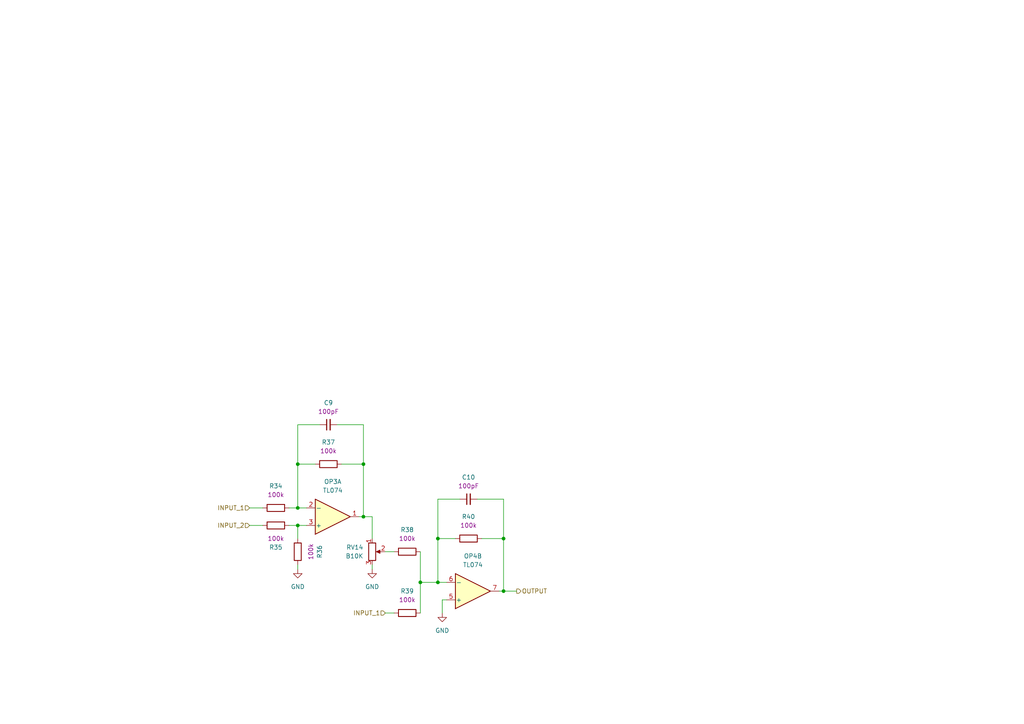
<source format=kicad_sch>
(kicad_sch (version 20250114) (generator "eeschema") (generator_version "9.0")
  (paper "A4")
  (lib_symbols
    (symbol "Amplifier_Operational:TL074" (pin_names (offset 0.127))
      (property "Reference" "U" (at 0 5.08 0))
      (property "Value" "TL074" (at 0 -5.08 0))
      (symbol "TL074_1_1"
        (polyline (pts (xy -5.08 5.08) (xy 5.08 0) (xy -5.08 -5.08) (xy -5.08 5.08)) (stroke (width 0.254)) (fill (type background)))
        (pin input line (at -7.62 2.54 0) (length 2.54) (name "+") (number "3"))
        (pin input line (at -7.62 -2.54 0) (length 2.54) (name "-") (number "2"))
        (pin output line (at 7.62 0 180) (length 2.54) (name "~") (number "1"))
      )
      (symbol "TL074_2_1"
        (polyline (pts (xy -5.08 5.08) (xy 5.08 0) (xy -5.08 -5.08) (xy -5.08 5.08)) (stroke (width 0.254)) (fill (type background)))
        (pin input line (at -7.62 2.54 0) (length 2.54) (name "+") (number "5"))
        (pin input line (at -7.62 -2.54 0) (length 2.54) (name "-") (number "6"))
        (pin output line (at 7.62 0 180) (length 2.54) (name "~") (number "7"))
      )
      (symbol "TL074_3_1"
        (polyline (pts (xy -5.08 5.08) (xy 5.08 0) (xy -5.08 -5.08) (xy -5.08 5.08)) (stroke (width 0.254)) (fill (type background)))
        (pin input line (at -7.62 2.54 0) (length 2.54) (name "+") (number "10"))
        (pin input line (at -7.62 -2.54 0) (length 2.54) (name "-") (number "9"))
        (pin output line (at 7.62 0 180) (length 2.54) (name "~") (number "8"))
      )
      (symbol "TL074_4_1"
        (polyline (pts (xy -5.08 5.08) (xy 5.08 0) (xy -5.08 -5.08) (xy -5.08 5.08)) (stroke (width 0.254)) (fill (type background)))
        (pin input line (at -7.62 2.54 0) (length 2.54) (name "+") (number "12"))
        (pin input line (at -7.62 -2.54 0) (length 2.54) (name "-") (number "13"))
        (pin output line (at 7.62 0 180) (length 2.54) (name "~") (number "14"))
      )
      (symbol "TL074_5_1"
        (pin power_in line (at -2.54 7.62 270) (length 3.81) (name "V+") (number "4"))
        (pin power_in line (at -2.54 -7.62 90) (length 3.81) (name "V-") (number "11"))
      )
    )
    (symbol "Lichen:100k_0603" (pin_numbers (hide yes)) (pin_names (offset 0))
      (property "Reference" "R6" (at -2.54 -1.2701 0))
      (property "Display" "100k" (at -2.54 1.2699 0))
      (symbol "100k_0603_0_1"
        (rectangle (start -1.016 -2.54) (end 1.016 2.54) (stroke (width 0.254)))
      )
      (symbol "100k_0603_1_1"
        (pin passive line (at 0 3.81 270) (length 1.27) (name "~") (number "1"))
        (pin passive line (at 0 -3.81 90) (length 1.27) (name "~") (number "2"))
      )
    )
    (symbol "Lichen:100pF_0603_50V" (pin_numbers (hide yes)) (pin_names (offset 0.254) (hide yes))
      (property "Reference" "C15" (at 6.35 -0.0063 90))
      (property "Display" "100pF" (at 3.81 -0.0063 90))
      (symbol "100pF_0603_50V_0_1"
        (polyline (pts (xy -1.524 0.508) (xy 1.524 0.508)) (stroke (width 0.3048)))
        (polyline (pts (xy -1.524 -0.508) (xy 1.524 -0.508)) (stroke (width 0.3302)))
      )
      (symbol "100pF_0603_50V_1_1"
        (pin passive line (at 0 2.54 270) (length 2.032) (name "~") (number "1"))
        (pin passive line (at 0 -2.54 90) (length 2.032) (name "~") (number "2"))
      )
    )
    (symbol "Lichen:Potentiometer" (pin_names (offset 1.016) (hide yes))
      (property "Reference" "RV1" (at -2.54 -1.2701 0))
      (property "Value" "B10K" (at -2.54 1.2699 0))
      (symbol "Potentiometer_0_1"
        (rectangle (start 1.016 2.54) (end -1.016 -2.54) (stroke (width 0.254)))
        (polyline (pts (xy 1.143 0) (xy 2.286 0.508) (xy 2.286 -0.508) (xy 1.143 0)) (fill (type outline)))
        (polyline (pts (xy 2.54 0) (xy 1.524 0)))
      )
      (symbol "Potentiometer_1_1"
        (pin passive line (at 0 3.81 270) (length 1.27) (name "1") (number "1"))
        (pin passive line (at 0 -3.81 90) (length 1.27) (name "3") (number "3"))
        (pin passive line (at 3.81 0 180) (length 1.27) (name "2") (number "2"))
      )
    )
    (symbol "power:GND" (power) (pin_numbers (hide yes)) (pin_names (offset 0) (hide yes))
      (property "Value" "GND" (at 0 -3.81 0))
      (symbol "GND_0_1"
        (polyline (pts (xy 0 0) (xy 0 -1.27) (xy 1.27 -1.27) (xy 0 -2.54) (xy -1.27 -1.27) (xy 0 -1.27)))
      )
      (symbol "GND_1_1"
        (pin power_in line (at 0 0 270) (length 0) (name "~") (number "1"))
      )
    )
  )
  (junction (at 86.36 147.32))
  (junction (at 121.92 168.91))
  (junction (at 146.05 171.45))
  (junction (at 127 168.91))
  (junction (at 105.41 149.86))
  (junction (at 127 156.21))
  (junction (at 86.36 152.4))
  (junction (at 105.41 134.62))
  (junction (at 146.05 156.21))
  (junction (at 86.36 134.62))
  (wire (pts (xy 105.41 123.19) (xy 105.41 134.62)))
  (wire (pts (xy 127 144.78) (xy 127 156.21)))
  (wire (pts (xy 86.36 123.19) (xy 86.36 134.62)))
  (wire (pts (xy 128.27 177.8) (xy 128.27 173.99)))
  (wire (pts (xy 107.95 149.86) (xy 105.41 149.86)))
  (wire (pts (xy 83.82 152.4) (xy 86.36 152.4)))
  (wire (pts (xy 83.82 147.32) (xy 86.36 147.32)))
  (wire (pts (xy 139.7 156.21) (xy 146.05 156.21)))
  (wire (pts (xy 107.95 165.1) (xy 107.95 163.83)))
  (wire (pts (xy 146.05 144.78) (xy 146.05 156.21)))
  (wire (pts (xy 146.05 171.45) (xy 144.78 171.45)))
  (wire (pts (xy 105.41 134.62) (xy 105.41 149.86)))
  (wire (pts (xy 72.39 152.4) (xy 76.2 152.4)))
  (wire (pts (xy 86.36 147.32) (xy 88.9 147.32)))
  (wire (pts (xy 86.36 156.21) (xy 86.36 152.4)))
  (wire (pts (xy 128.27 173.99) (xy 129.54 173.99)))
  (wire (pts (xy 111.76 160.02) (xy 114.3 160.02)))
  (wire (pts (xy 86.36 152.4) (xy 88.9 152.4)))
  (wire (pts (xy 99.06 134.62) (xy 105.41 134.62)))
  (wire (pts (xy 132.08 156.21) (xy 127 156.21)))
  (wire (pts (xy 127 156.21) (xy 127 168.91)))
  (wire (pts (xy 138.43 144.78) (xy 146.05 144.78)))
  (wire (pts (xy 146.05 156.21) (xy 146.05 171.45)))
  (wire (pts (xy 72.39 147.32) (xy 76.2 147.32)))
  (wire (pts (xy 121.92 168.91) (xy 121.92 177.8)))
  (wire (pts (xy 91.44 134.62) (xy 86.36 134.62)))
  (wire (pts (xy 133.35 144.78) (xy 127 144.78)))
  (wire (pts (xy 149.86 171.45) (xy 146.05 171.45)))
  (wire (pts (xy 121.92 168.91) (xy 127 168.91)))
  (wire (pts (xy 86.36 134.62) (xy 86.36 147.32)))
  (wire (pts (xy 107.95 156.21) (xy 107.95 149.86)))
  (wire (pts (xy 86.36 165.1) (xy 86.36 163.83)))
  (wire (pts (xy 121.92 160.02) (xy 121.92 168.91)))
  (wire (pts (xy 105.41 149.86) (xy 104.14 149.86)))
  (wire (pts (xy 127 168.91) (xy 129.54 168.91)))
  (wire (pts (xy 92.71 123.19) (xy 86.36 123.19)))
  (wire (pts (xy 97.79 123.19) (xy 105.41 123.19)))
  (wire (pts (xy 111.76 177.8) (xy 114.3 177.8)))
  (hierarchical_label "OUTPUT" (shape output) (at 149.86 171.45 0))
  (hierarchical_label "INPUT_2" (shape input) (at 72.39 152.4 180))
  (hierarchical_label "INPUT_1" (shape input) (at 72.39 147.32 180))
  (hierarchical_label "INPUT_1" (shape input) (at 111.76 177.8 180))
  (symbol (lib_id "Amplifier_Operational:TL074") (at 96.52 149.86 0) (mirror x) (unit 1)
    (property "Reference" "OP3" (at 96.52 139.7 0))
    (property "Value" "TL074" (at 96.52 142.24 0))
    (property "Footprint" "PCM_4ms_Package_SOIC:SOIC-14_3.9x8.65mm_Pitch1.27mm" (effects (hide yes)))
    (property "Datasheet" "http://www.ti.com/lit/ds/symlink/tl071.pdf" (effects (hide yes)))
    (property "Description" "Quad Low-Noise JFET-Input Operational Amplifiers, DIP-14/SOIC-14" (effects (hide yes)))
    (property "Part Number" "TL074CDT" (effects (hide yes)))
    (property "Manufacturer" "STMicroelectronics" (effects (hide yes)))
    (property "LCSC" "C6963" (effects (hide yes)))
  )
  (symbol (lib_id "Lichen:100k_0603") (at 95.25 134.62 90) (mirror x) (unit 1)
    (property "Reference" "R37" (at 95.25 128.27 90))
    (property "Value" "100k_0603" (effects (hide yes)))
    (property "Footprint" "PCM_4ms_Resistor:R_0603" (effects (hide yes)))
    (property "Datasheet" "https://www.lcsc.com/datasheet/lcsc_datasheet_2206010045_UNI-ROYAL-Uniroyal-Elec-0603WAF1003T5E_C25803.pdf" (effects (hide yes)))
    (property "Description" "100K, 1%, 1/10W, 0603" (effects (hide yes)))
    (property "Manufacturer" "UNI-ROYAL" (effects (hide yes)))
    (property "Part Number" "0603WAF1003T5E" (effects (hide yes)))
    (property "Display" "100k" (at 95.25 130.81 90))
    (property "JLCPCB ID" "C25803" (effects (hide yes)))
  )
  (symbol (lib_id "Lichen:100k_0603") (at 80.01 152.4 90) (unit 1)
    (property "Reference" "R35" (at 80.01 158.75 90))
    (property "Value" "100k_0603" (effects (hide yes)))
    (property "Footprint" "PCM_4ms_Resistor:R_0603" (effects (hide yes)))
    (property "Datasheet" "https://www.lcsc.com/datasheet/lcsc_datasheet_2206010045_UNI-ROYAL-Uniroyal-Elec-0603WAF1003T5E_C25803.pdf" (effects (hide yes)))
    (property "Description" "100K, 1%, 1/10W, 0603" (effects (hide yes)))
    (property "Manufacturer" "UNI-ROYAL" (effects (hide yes)))
    (property "Part Number" "0603WAF1003T5E" (effects (hide yes)))
    (property "Display" "100k" (at 80.01 156.21 90))
    (property "JLCPCB ID" "C25803" (effects (hide yes)))
  )
  (symbol (lib_id "Lichen:100pF_0603_50V") (at 135.89 144.78 90) (unit 1)
    (property "Reference" "C10" (at 135.8963 138.43 90))
    (property "Value" "100pF_C0G_0603_50V" (effects (hide yes)))
    (property "Footprint" "PCM_4ms_Capacitor:C_0603" (effects (hide yes)))
    (property "Description" "100pF, Min. 50V 10%, NP0" (effects (hide yes)))
    (property "Specifications" "100pF, Min. 50V 10% NP0 or C0G" (effects (hide yes)))
    (property "Manufacturer" "Yageo" (effects (hide yes)))
    (property "Part Number" "CC0603JRNPO9BN101" (effects (hide yes)))
    (property "Display" "100pF" (at 135.8963 140.97 90))
    (property "LCSC" "C14858" (effects (hide yes)))
  )
  (symbol (lib_id "power:GND") (at 86.36 165.1 0) (unit 1)
    (property "Reference" "#PWR050" (effects (hide yes)))
    (property "Value" "GND" (at 86.36 170.18 0))
    (property "Description" "Power symbol creates a global label with name \"GND\" , ground" (effects (hide yes)))
  )
  (symbol (lib_id "Lichen:100k_0603") (at 135.89 156.21 90) (mirror x) (unit 1)
    (property "Reference" "R40" (at 135.89 149.86 90))
    (property "Value" "100k_0603" (effects (hide yes)))
    (property "Footprint" "PCM_4ms_Resistor:R_0603" (effects (hide yes)))
    (property "Datasheet" "https://www.lcsc.com/datasheet/lcsc_datasheet_2206010045_UNI-ROYAL-Uniroyal-Elec-0603WAF1003T5E_C25803.pdf" (effects (hide yes)))
    (property "Description" "100K, 1%, 1/10W, 0603" (effects (hide yes)))
    (property "Manufacturer" "UNI-ROYAL" (effects (hide yes)))
    (property "Part Number" "0603WAF1003T5E" (effects (hide yes)))
    (property "Display" "100k" (at 135.89 152.4 90))
    (property "JLCPCB ID" "C25803" (effects (hide yes)))
  )
  (symbol (lib_id "Lichen:100k_0603") (at 80.01 147.32 90) (mirror x) (unit 1)
    (property "Reference" "R34" (at 80.01 140.97 90))
    (property "Value" "100k_0603" (effects (hide yes)))
    (property "Footprint" "PCM_4ms_Resistor:R_0603" (effects (hide yes)))
    (property "Datasheet" "https://www.lcsc.com/datasheet/lcsc_datasheet_2206010045_UNI-ROYAL-Uniroyal-Elec-0603WAF1003T5E_C25803.pdf" (effects (hide yes)))
    (property "Description" "100K, 1%, 1/10W, 0603" (effects (hide yes)))
    (property "Manufacturer" "UNI-ROYAL" (effects (hide yes)))
    (property "Part Number" "0603WAF1003T5E" (effects (hide yes)))
    (property "Display" "100k" (at 80.01 143.51 90))
    (property "JLCPCB ID" "C25803" (effects (hide yes)))
  )
  (symbol (lib_id "Lichen:Potentiometer") (at 107.95 160.02 0) (unit 1)
    (property "Reference" "RV14" (at 105.41 158.7499 0) (effects (justify right)))
    (property "Value" "B10K" (at 105.41 161.2899 0) (effects (justify right)))
    (property "Footprint" "Lichen:Potentiometer_Alpha_RD901_Eurorack" (effects (hide yes)))
    (property "Datasheet" "https://www.thonk.co.uk/wp-content/uploads/2017/12/Alpha-9mm-Vertical-T18-RD901F-40-15K-B50K-0057.pdf" (effects (hide yes)))
    (property "Description" "Alpha RD901 Vertical Snap-In Potentiometer" (effects (hide yes)))
    (property "Part Number" "RD901F-40" (effects (hide yes)))
    (property "Manufacturer" "Taiwan Alpha Electronic" (effects (hide yes)))
  )
  (symbol (lib_id "Lichen:100pF_0603_50V") (at 95.25 123.19 90) (unit 1)
    (property "Reference" "C9" (at 95.2563 116.84 90))
    (property "Value" "100pF_C0G_0603_50V" (effects (hide yes)))
    (property "Footprint" "PCM_4ms_Capacitor:C_0603" (effects (hide yes)))
    (property "Description" "100pF, Min. 50V 10%, NP0" (effects (hide yes)))
    (property "Specifications" "100pF, Min. 50V 10% NP0 or C0G" (effects (hide yes)))
    (property "Manufacturer" "Yageo" (effects (hide yes)))
    (property "Part Number" "CC0603JRNPO9BN101" (effects (hide yes)))
    (property "Display" "100pF" (at 95.2563 119.38 90))
    (property "LCSC" "C14858" (effects (hide yes)))
  )
  (symbol (lib_id "Amplifier_Operational:TL074") (at 137.16 171.45 0) (mirror x) (unit 2)
    (property "Reference" "OP4" (at 137.16 161.29 0))
    (property "Value" "TL074" (at 137.16 163.83 0))
    (property "Datasheet" "http://www.ti.com/lit/ds/symlink/tl071.pdf" (effects (hide yes)))
    (property "Description" "Quad Low-Noise JFET-Input Operational Amplifiers, DIP-14/SOIC-14" (effects (hide yes)))
  )
  (symbol (lib_id "Lichen:100k_0603") (at 86.36 160.02 180) (unit 1)
    (property "Reference" "R36" (at 92.71 160.02 90))
    (property "Value" "100k_0603" (effects (hide yes)))
    (property "Footprint" "PCM_4ms_Resistor:R_0603" (effects (hide yes)))
    (property "Datasheet" "https://www.lcsc.com/datasheet/lcsc_datasheet_2206010045_UNI-ROYAL-Uniroyal-Elec-0603WAF1003T5E_C25803.pdf" (effects (hide yes)))
    (property "Description" "100K, 1%, 1/10W, 0603" (effects (hide yes)))
    (property "Manufacturer" "UNI-ROYAL" (effects (hide yes)))
    (property "Part Number" "0603WAF1003T5E" (effects (hide yes)))
    (property "Display" "100k" (at 90.17 160.02 90))
    (property "JLCPCB ID" "C25803" (effects (hide yes)))
  )
  (symbol (lib_id "power:GND") (at 107.95 165.1 0) (unit 1)
    (property "Reference" "#PWR051" (effects (hide yes)))
    (property "Value" "GND" (at 107.95 170.18 0))
    (property "Description" "Power symbol creates a global label with name \"GND\" , ground" (effects (hide yes)))
  )
  (symbol (lib_id "power:GND") (at 128.27 177.8 0) (unit 1)
    (property "Reference" "#PWR052" (effects (hide yes)))
    (property "Value" "GND" (at 128.27 182.88 0))
    (property "Description" "Power symbol creates a global label with name \"GND\" , ground" (effects (hide yes)))
  )
  (symbol (lib_id "Lichen:100k_0603") (at 118.11 177.8 90) (mirror x) (unit 1)
    (property "Reference" "R39" (at 118.11 171.45 90))
    (property "Value" "100k_0603" (effects (hide yes)))
    (property "Footprint" "PCM_4ms_Resistor:R_0603" (effects (hide yes)))
    (property "Datasheet" "https://www.lcsc.com/datasheet/lcsc_datasheet_2206010045_UNI-ROYAL-Uniroyal-Elec-0603WAF1003T5E_C25803.pdf" (effects (hide yes)))
    (property "Description" "100K, 1%, 1/10W, 0603" (effects (hide yes)))
    (property "Manufacturer" "UNI-ROYAL" (effects (hide yes)))
    (property "Part Number" "0603WAF1003T5E" (effects (hide yes)))
    (property "Display" "100k" (at 118.11 173.99 90))
    (property "JLCPCB ID" "C25803" (effects (hide yes)))
  )
  (symbol (lib_id "Lichen:100k_0603") (at 118.11 160.02 90) (mirror x) (unit 1)
    (property "Reference" "R38" (at 118.11 153.67 90))
    (property "Value" "100k_0603" (effects (hide yes)))
    (property "Footprint" "PCM_4ms_Resistor:R_0603" (effects (hide yes)))
    (property "Datasheet" "https://www.lcsc.com/datasheet/lcsc_datasheet_2206010045_UNI-ROYAL-Uniroyal-Elec-0603WAF1003T5E_C25803.pdf" (effects (hide yes)))
    (property "Description" "100K, 1%, 1/10W, 0603" (effects (hide yes)))
    (property "Manufacturer" "UNI-ROYAL" (effects (hide yes)))
    (property "Part Number" "0603WAF1003T5E" (effects (hide yes)))
    (property "Display" "100k" (at 118.11 156.21 90))
    (property "JLCPCB ID" "C25803" (effects (hide yes)))
  )
)
</source>
